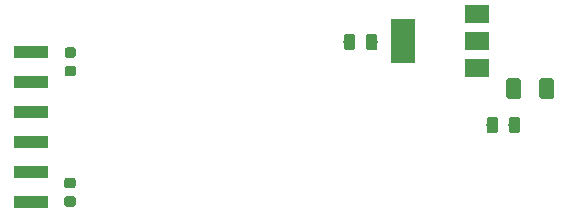
<source format=gbr>
G04 #@! TF.GenerationSoftware,KiCad,Pcbnew,(5.0.0-3-g5ebb6b6)*
G04 #@! TF.CreationDate,2019-02-08T12:04:07-05:00*
G04 #@! TF.ProjectId,ROCKETasp,524F434B45546173702E6B696361645F,2.0*
G04 #@! TF.SameCoordinates,Original*
G04 #@! TF.FileFunction,Paste,Bot*
G04 #@! TF.FilePolarity,Positive*
%FSLAX46Y46*%
G04 Gerber Fmt 4.6, Leading zero omitted, Abs format (unit mm)*
G04 Created by KiCad (PCBNEW (5.0.0-3-g5ebb6b6)) date Friday, February 08, 2019 at 12:04:07 PM*
%MOMM*%
%LPD*%
G01*
G04 APERTURE LIST*
%ADD10C,0.100000*%
%ADD11C,0.875000*%
%ADD12C,0.975000*%
%ADD13C,1.250000*%
%ADD14R,3.000000X1.000000*%
%ADD15R,2.000000X3.800000*%
%ADD16R,2.000000X1.500000*%
G04 APERTURE END LIST*
D10*
G04 #@! TO.C,C3*
G36*
X121321391Y-92578453D02*
X121342626Y-92581603D01*
X121363450Y-92586819D01*
X121383662Y-92594051D01*
X121403068Y-92603230D01*
X121421481Y-92614266D01*
X121438724Y-92627054D01*
X121454630Y-92641470D01*
X121469046Y-92657376D01*
X121481834Y-92674619D01*
X121492870Y-92693032D01*
X121502049Y-92712438D01*
X121509281Y-92732650D01*
X121514497Y-92753474D01*
X121517647Y-92774709D01*
X121518700Y-92796150D01*
X121518700Y-93233650D01*
X121517647Y-93255091D01*
X121514497Y-93276326D01*
X121509281Y-93297150D01*
X121502049Y-93317362D01*
X121492870Y-93336768D01*
X121481834Y-93355181D01*
X121469046Y-93372424D01*
X121454630Y-93388330D01*
X121438724Y-93402746D01*
X121421481Y-93415534D01*
X121403068Y-93426570D01*
X121383662Y-93435749D01*
X121363450Y-93442981D01*
X121342626Y-93448197D01*
X121321391Y-93451347D01*
X121299950Y-93452400D01*
X120787450Y-93452400D01*
X120766009Y-93451347D01*
X120744774Y-93448197D01*
X120723950Y-93442981D01*
X120703738Y-93435749D01*
X120684332Y-93426570D01*
X120665919Y-93415534D01*
X120648676Y-93402746D01*
X120632770Y-93388330D01*
X120618354Y-93372424D01*
X120605566Y-93355181D01*
X120594530Y-93336768D01*
X120585351Y-93317362D01*
X120578119Y-93297150D01*
X120572903Y-93276326D01*
X120569753Y-93255091D01*
X120568700Y-93233650D01*
X120568700Y-92796150D01*
X120569753Y-92774709D01*
X120572903Y-92753474D01*
X120578119Y-92732650D01*
X120585351Y-92712438D01*
X120594530Y-92693032D01*
X120605566Y-92674619D01*
X120618354Y-92657376D01*
X120632770Y-92641470D01*
X120648676Y-92627054D01*
X120665919Y-92614266D01*
X120684332Y-92603230D01*
X120703738Y-92594051D01*
X120723950Y-92586819D01*
X120744774Y-92581603D01*
X120766009Y-92578453D01*
X120787450Y-92577400D01*
X121299950Y-92577400D01*
X121321391Y-92578453D01*
X121321391Y-92578453D01*
G37*
D11*
X121043700Y-93014900D03*
D10*
G36*
X121321391Y-91003453D02*
X121342626Y-91006603D01*
X121363450Y-91011819D01*
X121383662Y-91019051D01*
X121403068Y-91028230D01*
X121421481Y-91039266D01*
X121438724Y-91052054D01*
X121454630Y-91066470D01*
X121469046Y-91082376D01*
X121481834Y-91099619D01*
X121492870Y-91118032D01*
X121502049Y-91137438D01*
X121509281Y-91157650D01*
X121514497Y-91178474D01*
X121517647Y-91199709D01*
X121518700Y-91221150D01*
X121518700Y-91658650D01*
X121517647Y-91680091D01*
X121514497Y-91701326D01*
X121509281Y-91722150D01*
X121502049Y-91742362D01*
X121492870Y-91761768D01*
X121481834Y-91780181D01*
X121469046Y-91797424D01*
X121454630Y-91813330D01*
X121438724Y-91827746D01*
X121421481Y-91840534D01*
X121403068Y-91851570D01*
X121383662Y-91860749D01*
X121363450Y-91867981D01*
X121342626Y-91873197D01*
X121321391Y-91876347D01*
X121299950Y-91877400D01*
X120787450Y-91877400D01*
X120766009Y-91876347D01*
X120744774Y-91873197D01*
X120723950Y-91867981D01*
X120703738Y-91860749D01*
X120684332Y-91851570D01*
X120665919Y-91840534D01*
X120648676Y-91827746D01*
X120632770Y-91813330D01*
X120618354Y-91797424D01*
X120605566Y-91780181D01*
X120594530Y-91761768D01*
X120585351Y-91742362D01*
X120578119Y-91722150D01*
X120572903Y-91701326D01*
X120569753Y-91680091D01*
X120568700Y-91658650D01*
X120568700Y-91221150D01*
X120569753Y-91199709D01*
X120572903Y-91178474D01*
X120578119Y-91157650D01*
X120585351Y-91137438D01*
X120594530Y-91118032D01*
X120605566Y-91099619D01*
X120618354Y-91082376D01*
X120632770Y-91066470D01*
X120648676Y-91052054D01*
X120665919Y-91039266D01*
X120684332Y-91028230D01*
X120703738Y-91019051D01*
X120723950Y-91011819D01*
X120744774Y-91006603D01*
X120766009Y-91003453D01*
X120787450Y-91002400D01*
X121299950Y-91002400D01*
X121321391Y-91003453D01*
X121321391Y-91003453D01*
G37*
D11*
X121043700Y-91439900D03*
G04 #@! TD*
D10*
G04 #@! TO.C,C7*
G36*
X146823342Y-89852174D02*
X146847003Y-89855684D01*
X146870207Y-89861496D01*
X146892729Y-89869554D01*
X146914353Y-89879782D01*
X146934870Y-89892079D01*
X146954083Y-89906329D01*
X146971807Y-89922393D01*
X146987871Y-89940117D01*
X147002121Y-89959330D01*
X147014418Y-89979847D01*
X147024646Y-90001471D01*
X147032704Y-90023993D01*
X147038516Y-90047197D01*
X147042026Y-90070858D01*
X147043200Y-90094750D01*
X147043200Y-91007250D01*
X147042026Y-91031142D01*
X147038516Y-91054803D01*
X147032704Y-91078007D01*
X147024646Y-91100529D01*
X147014418Y-91122153D01*
X147002121Y-91142670D01*
X146987871Y-91161883D01*
X146971807Y-91179607D01*
X146954083Y-91195671D01*
X146934870Y-91209921D01*
X146914353Y-91222218D01*
X146892729Y-91232446D01*
X146870207Y-91240504D01*
X146847003Y-91246316D01*
X146823342Y-91249826D01*
X146799450Y-91251000D01*
X146311950Y-91251000D01*
X146288058Y-91249826D01*
X146264397Y-91246316D01*
X146241193Y-91240504D01*
X146218671Y-91232446D01*
X146197047Y-91222218D01*
X146176530Y-91209921D01*
X146157317Y-91195671D01*
X146139593Y-91179607D01*
X146123529Y-91161883D01*
X146109279Y-91142670D01*
X146096982Y-91122153D01*
X146086754Y-91100529D01*
X146078696Y-91078007D01*
X146072884Y-91054803D01*
X146069374Y-91031142D01*
X146068200Y-91007250D01*
X146068200Y-90094750D01*
X146069374Y-90070858D01*
X146072884Y-90047197D01*
X146078696Y-90023993D01*
X146086754Y-90001471D01*
X146096982Y-89979847D01*
X146109279Y-89959330D01*
X146123529Y-89940117D01*
X146139593Y-89922393D01*
X146157317Y-89906329D01*
X146176530Y-89892079D01*
X146197047Y-89879782D01*
X146218671Y-89869554D01*
X146241193Y-89861496D01*
X146264397Y-89855684D01*
X146288058Y-89852174D01*
X146311950Y-89851000D01*
X146799450Y-89851000D01*
X146823342Y-89852174D01*
X146823342Y-89852174D01*
G37*
D12*
X146555700Y-90551000D03*
D10*
G36*
X144948342Y-89852174D02*
X144972003Y-89855684D01*
X144995207Y-89861496D01*
X145017729Y-89869554D01*
X145039353Y-89879782D01*
X145059870Y-89892079D01*
X145079083Y-89906329D01*
X145096807Y-89922393D01*
X145112871Y-89940117D01*
X145127121Y-89959330D01*
X145139418Y-89979847D01*
X145149646Y-90001471D01*
X145157704Y-90023993D01*
X145163516Y-90047197D01*
X145167026Y-90070858D01*
X145168200Y-90094750D01*
X145168200Y-91007250D01*
X145167026Y-91031142D01*
X145163516Y-91054803D01*
X145157704Y-91078007D01*
X145149646Y-91100529D01*
X145139418Y-91122153D01*
X145127121Y-91142670D01*
X145112871Y-91161883D01*
X145096807Y-91179607D01*
X145079083Y-91195671D01*
X145059870Y-91209921D01*
X145039353Y-91222218D01*
X145017729Y-91232446D01*
X144995207Y-91240504D01*
X144972003Y-91246316D01*
X144948342Y-91249826D01*
X144924450Y-91251000D01*
X144436950Y-91251000D01*
X144413058Y-91249826D01*
X144389397Y-91246316D01*
X144366193Y-91240504D01*
X144343671Y-91232446D01*
X144322047Y-91222218D01*
X144301530Y-91209921D01*
X144282317Y-91195671D01*
X144264593Y-91179607D01*
X144248529Y-91161883D01*
X144234279Y-91142670D01*
X144221982Y-91122153D01*
X144211754Y-91100529D01*
X144203696Y-91078007D01*
X144197884Y-91054803D01*
X144194374Y-91031142D01*
X144193200Y-91007250D01*
X144193200Y-90094750D01*
X144194374Y-90070858D01*
X144197884Y-90047197D01*
X144203696Y-90023993D01*
X144211754Y-90001471D01*
X144221982Y-89979847D01*
X144234279Y-89959330D01*
X144248529Y-89940117D01*
X144264593Y-89922393D01*
X144282317Y-89906329D01*
X144301530Y-89892079D01*
X144322047Y-89879782D01*
X144343671Y-89869554D01*
X144366193Y-89861496D01*
X144389397Y-89855684D01*
X144413058Y-89852174D01*
X144436950Y-89851000D01*
X144924450Y-89851000D01*
X144948342Y-89852174D01*
X144948342Y-89852174D01*
G37*
D12*
X144680700Y-90551000D03*
G04 #@! TD*
D10*
G04 #@! TO.C,C8*
G36*
X157038742Y-96875274D02*
X157062403Y-96878784D01*
X157085607Y-96884596D01*
X157108129Y-96892654D01*
X157129753Y-96902882D01*
X157150270Y-96915179D01*
X157169483Y-96929429D01*
X157187207Y-96945493D01*
X157203271Y-96963217D01*
X157217521Y-96982430D01*
X157229818Y-97002947D01*
X157240046Y-97024571D01*
X157248104Y-97047093D01*
X157253916Y-97070297D01*
X157257426Y-97093958D01*
X157258600Y-97117850D01*
X157258600Y-98030350D01*
X157257426Y-98054242D01*
X157253916Y-98077903D01*
X157248104Y-98101107D01*
X157240046Y-98123629D01*
X157229818Y-98145253D01*
X157217521Y-98165770D01*
X157203271Y-98184983D01*
X157187207Y-98202707D01*
X157169483Y-98218771D01*
X157150270Y-98233021D01*
X157129753Y-98245318D01*
X157108129Y-98255546D01*
X157085607Y-98263604D01*
X157062403Y-98269416D01*
X157038742Y-98272926D01*
X157014850Y-98274100D01*
X156527350Y-98274100D01*
X156503458Y-98272926D01*
X156479797Y-98269416D01*
X156456593Y-98263604D01*
X156434071Y-98255546D01*
X156412447Y-98245318D01*
X156391930Y-98233021D01*
X156372717Y-98218771D01*
X156354993Y-98202707D01*
X156338929Y-98184983D01*
X156324679Y-98165770D01*
X156312382Y-98145253D01*
X156302154Y-98123629D01*
X156294096Y-98101107D01*
X156288284Y-98077903D01*
X156284774Y-98054242D01*
X156283600Y-98030350D01*
X156283600Y-97117850D01*
X156284774Y-97093958D01*
X156288284Y-97070297D01*
X156294096Y-97047093D01*
X156302154Y-97024571D01*
X156312382Y-97002947D01*
X156324679Y-96982430D01*
X156338929Y-96963217D01*
X156354993Y-96945493D01*
X156372717Y-96929429D01*
X156391930Y-96915179D01*
X156412447Y-96902882D01*
X156434071Y-96892654D01*
X156456593Y-96884596D01*
X156479797Y-96878784D01*
X156503458Y-96875274D01*
X156527350Y-96874100D01*
X157014850Y-96874100D01*
X157038742Y-96875274D01*
X157038742Y-96875274D01*
G37*
D12*
X156771100Y-97574100D03*
D10*
G36*
X158913742Y-96875274D02*
X158937403Y-96878784D01*
X158960607Y-96884596D01*
X158983129Y-96892654D01*
X159004753Y-96902882D01*
X159025270Y-96915179D01*
X159044483Y-96929429D01*
X159062207Y-96945493D01*
X159078271Y-96963217D01*
X159092521Y-96982430D01*
X159104818Y-97002947D01*
X159115046Y-97024571D01*
X159123104Y-97047093D01*
X159128916Y-97070297D01*
X159132426Y-97093958D01*
X159133600Y-97117850D01*
X159133600Y-98030350D01*
X159132426Y-98054242D01*
X159128916Y-98077903D01*
X159123104Y-98101107D01*
X159115046Y-98123629D01*
X159104818Y-98145253D01*
X159092521Y-98165770D01*
X159078271Y-98184983D01*
X159062207Y-98202707D01*
X159044483Y-98218771D01*
X159025270Y-98233021D01*
X159004753Y-98245318D01*
X158983129Y-98255546D01*
X158960607Y-98263604D01*
X158937403Y-98269416D01*
X158913742Y-98272926D01*
X158889850Y-98274100D01*
X158402350Y-98274100D01*
X158378458Y-98272926D01*
X158354797Y-98269416D01*
X158331593Y-98263604D01*
X158309071Y-98255546D01*
X158287447Y-98245318D01*
X158266930Y-98233021D01*
X158247717Y-98218771D01*
X158229993Y-98202707D01*
X158213929Y-98184983D01*
X158199679Y-98165770D01*
X158187382Y-98145253D01*
X158177154Y-98123629D01*
X158169096Y-98101107D01*
X158163284Y-98077903D01*
X158159774Y-98054242D01*
X158158600Y-98030350D01*
X158158600Y-97117850D01*
X158159774Y-97093958D01*
X158163284Y-97070297D01*
X158169096Y-97047093D01*
X158177154Y-97024571D01*
X158187382Y-97002947D01*
X158199679Y-96982430D01*
X158213929Y-96963217D01*
X158229993Y-96945493D01*
X158247717Y-96929429D01*
X158266930Y-96915179D01*
X158287447Y-96902882D01*
X158309071Y-96892654D01*
X158331593Y-96884596D01*
X158354797Y-96878784D01*
X158378458Y-96875274D01*
X158402350Y-96874100D01*
X158889850Y-96874100D01*
X158913742Y-96875274D01*
X158913742Y-96875274D01*
G37*
D12*
X158646100Y-97574100D03*
G04 #@! TD*
D10*
G04 #@! TO.C,C9*
G36*
X121295991Y-103627453D02*
X121317226Y-103630603D01*
X121338050Y-103635819D01*
X121358262Y-103643051D01*
X121377668Y-103652230D01*
X121396081Y-103663266D01*
X121413324Y-103676054D01*
X121429230Y-103690470D01*
X121443646Y-103706376D01*
X121456434Y-103723619D01*
X121467470Y-103742032D01*
X121476649Y-103761438D01*
X121483881Y-103781650D01*
X121489097Y-103802474D01*
X121492247Y-103823709D01*
X121493300Y-103845150D01*
X121493300Y-104282650D01*
X121492247Y-104304091D01*
X121489097Y-104325326D01*
X121483881Y-104346150D01*
X121476649Y-104366362D01*
X121467470Y-104385768D01*
X121456434Y-104404181D01*
X121443646Y-104421424D01*
X121429230Y-104437330D01*
X121413324Y-104451746D01*
X121396081Y-104464534D01*
X121377668Y-104475570D01*
X121358262Y-104484749D01*
X121338050Y-104491981D01*
X121317226Y-104497197D01*
X121295991Y-104500347D01*
X121274550Y-104501400D01*
X120762050Y-104501400D01*
X120740609Y-104500347D01*
X120719374Y-104497197D01*
X120698550Y-104491981D01*
X120678338Y-104484749D01*
X120658932Y-104475570D01*
X120640519Y-104464534D01*
X120623276Y-104451746D01*
X120607370Y-104437330D01*
X120592954Y-104421424D01*
X120580166Y-104404181D01*
X120569130Y-104385768D01*
X120559951Y-104366362D01*
X120552719Y-104346150D01*
X120547503Y-104325326D01*
X120544353Y-104304091D01*
X120543300Y-104282650D01*
X120543300Y-103845150D01*
X120544353Y-103823709D01*
X120547503Y-103802474D01*
X120552719Y-103781650D01*
X120559951Y-103761438D01*
X120569130Y-103742032D01*
X120580166Y-103723619D01*
X120592954Y-103706376D01*
X120607370Y-103690470D01*
X120623276Y-103676054D01*
X120640519Y-103663266D01*
X120658932Y-103652230D01*
X120678338Y-103643051D01*
X120698550Y-103635819D01*
X120719374Y-103630603D01*
X120740609Y-103627453D01*
X120762050Y-103626400D01*
X121274550Y-103626400D01*
X121295991Y-103627453D01*
X121295991Y-103627453D01*
G37*
D11*
X121018300Y-104063900D03*
D10*
G36*
X121295991Y-102052453D02*
X121317226Y-102055603D01*
X121338050Y-102060819D01*
X121358262Y-102068051D01*
X121377668Y-102077230D01*
X121396081Y-102088266D01*
X121413324Y-102101054D01*
X121429230Y-102115470D01*
X121443646Y-102131376D01*
X121456434Y-102148619D01*
X121467470Y-102167032D01*
X121476649Y-102186438D01*
X121483881Y-102206650D01*
X121489097Y-102227474D01*
X121492247Y-102248709D01*
X121493300Y-102270150D01*
X121493300Y-102707650D01*
X121492247Y-102729091D01*
X121489097Y-102750326D01*
X121483881Y-102771150D01*
X121476649Y-102791362D01*
X121467470Y-102810768D01*
X121456434Y-102829181D01*
X121443646Y-102846424D01*
X121429230Y-102862330D01*
X121413324Y-102876746D01*
X121396081Y-102889534D01*
X121377668Y-102900570D01*
X121358262Y-102909749D01*
X121338050Y-102916981D01*
X121317226Y-102922197D01*
X121295991Y-102925347D01*
X121274550Y-102926400D01*
X120762050Y-102926400D01*
X120740609Y-102925347D01*
X120719374Y-102922197D01*
X120698550Y-102916981D01*
X120678338Y-102909749D01*
X120658932Y-102900570D01*
X120640519Y-102889534D01*
X120623276Y-102876746D01*
X120607370Y-102862330D01*
X120592954Y-102846424D01*
X120580166Y-102829181D01*
X120569130Y-102810768D01*
X120559951Y-102791362D01*
X120552719Y-102771150D01*
X120547503Y-102750326D01*
X120544353Y-102729091D01*
X120543300Y-102707650D01*
X120543300Y-102270150D01*
X120544353Y-102248709D01*
X120547503Y-102227474D01*
X120552719Y-102206650D01*
X120559951Y-102186438D01*
X120569130Y-102167032D01*
X120580166Y-102148619D01*
X120592954Y-102131376D01*
X120607370Y-102115470D01*
X120623276Y-102101054D01*
X120640519Y-102088266D01*
X120658932Y-102077230D01*
X120678338Y-102068051D01*
X120698550Y-102060819D01*
X120719374Y-102055603D01*
X120740609Y-102052453D01*
X120762050Y-102051400D01*
X121274550Y-102051400D01*
X121295991Y-102052453D01*
X121295991Y-102052453D01*
G37*
D11*
X121018300Y-102488900D03*
G04 #@! TD*
D10*
G04 #@! TO.C,F1*
G36*
X158981404Y-93626904D02*
X159005673Y-93630504D01*
X159029471Y-93636465D01*
X159052571Y-93644730D01*
X159074749Y-93655220D01*
X159095793Y-93667833D01*
X159115498Y-93682447D01*
X159133677Y-93698923D01*
X159150153Y-93717102D01*
X159164767Y-93736807D01*
X159177380Y-93757851D01*
X159187870Y-93780029D01*
X159196135Y-93803129D01*
X159202096Y-93826927D01*
X159205696Y-93851196D01*
X159206900Y-93875700D01*
X159206900Y-95125700D01*
X159205696Y-95150204D01*
X159202096Y-95174473D01*
X159196135Y-95198271D01*
X159187870Y-95221371D01*
X159177380Y-95243549D01*
X159164767Y-95264593D01*
X159150153Y-95284298D01*
X159133677Y-95302477D01*
X159115498Y-95318953D01*
X159095793Y-95333567D01*
X159074749Y-95346180D01*
X159052571Y-95356670D01*
X159029471Y-95364935D01*
X159005673Y-95370896D01*
X158981404Y-95374496D01*
X158956900Y-95375700D01*
X158206900Y-95375700D01*
X158182396Y-95374496D01*
X158158127Y-95370896D01*
X158134329Y-95364935D01*
X158111229Y-95356670D01*
X158089051Y-95346180D01*
X158068007Y-95333567D01*
X158048302Y-95318953D01*
X158030123Y-95302477D01*
X158013647Y-95284298D01*
X157999033Y-95264593D01*
X157986420Y-95243549D01*
X157975930Y-95221371D01*
X157967665Y-95198271D01*
X157961704Y-95174473D01*
X157958104Y-95150204D01*
X157956900Y-95125700D01*
X157956900Y-93875700D01*
X157958104Y-93851196D01*
X157961704Y-93826927D01*
X157967665Y-93803129D01*
X157975930Y-93780029D01*
X157986420Y-93757851D01*
X157999033Y-93736807D01*
X158013647Y-93717102D01*
X158030123Y-93698923D01*
X158048302Y-93682447D01*
X158068007Y-93667833D01*
X158089051Y-93655220D01*
X158111229Y-93644730D01*
X158134329Y-93636465D01*
X158158127Y-93630504D01*
X158182396Y-93626904D01*
X158206900Y-93625700D01*
X158956900Y-93625700D01*
X158981404Y-93626904D01*
X158981404Y-93626904D01*
G37*
D13*
X158581900Y-94500700D03*
D10*
G36*
X161781404Y-93626904D02*
X161805673Y-93630504D01*
X161829471Y-93636465D01*
X161852571Y-93644730D01*
X161874749Y-93655220D01*
X161895793Y-93667833D01*
X161915498Y-93682447D01*
X161933677Y-93698923D01*
X161950153Y-93717102D01*
X161964767Y-93736807D01*
X161977380Y-93757851D01*
X161987870Y-93780029D01*
X161996135Y-93803129D01*
X162002096Y-93826927D01*
X162005696Y-93851196D01*
X162006900Y-93875700D01*
X162006900Y-95125700D01*
X162005696Y-95150204D01*
X162002096Y-95174473D01*
X161996135Y-95198271D01*
X161987870Y-95221371D01*
X161977380Y-95243549D01*
X161964767Y-95264593D01*
X161950153Y-95284298D01*
X161933677Y-95302477D01*
X161915498Y-95318953D01*
X161895793Y-95333567D01*
X161874749Y-95346180D01*
X161852571Y-95356670D01*
X161829471Y-95364935D01*
X161805673Y-95370896D01*
X161781404Y-95374496D01*
X161756900Y-95375700D01*
X161006900Y-95375700D01*
X160982396Y-95374496D01*
X160958127Y-95370896D01*
X160934329Y-95364935D01*
X160911229Y-95356670D01*
X160889051Y-95346180D01*
X160868007Y-95333567D01*
X160848302Y-95318953D01*
X160830123Y-95302477D01*
X160813647Y-95284298D01*
X160799033Y-95264593D01*
X160786420Y-95243549D01*
X160775930Y-95221371D01*
X160767665Y-95198271D01*
X160761704Y-95174473D01*
X160758104Y-95150204D01*
X160756900Y-95125700D01*
X160756900Y-93875700D01*
X160758104Y-93851196D01*
X160761704Y-93826927D01*
X160767665Y-93803129D01*
X160775930Y-93780029D01*
X160786420Y-93757851D01*
X160799033Y-93736807D01*
X160813647Y-93717102D01*
X160830123Y-93698923D01*
X160848302Y-93682447D01*
X160868007Y-93667833D01*
X160889051Y-93655220D01*
X160911229Y-93644730D01*
X160934329Y-93636465D01*
X160958127Y-93630504D01*
X160982396Y-93626904D01*
X161006900Y-93625700D01*
X161756900Y-93625700D01*
X161781404Y-93626904D01*
X161781404Y-93626904D01*
G37*
D13*
X161381900Y-94500700D03*
G04 #@! TD*
D14*
G04 #@! TO.C,J3*
X117738400Y-91400000D03*
X117738400Y-93940000D03*
X117738400Y-96480000D03*
X117738400Y-99020000D03*
X117738400Y-101560000D03*
X117738400Y-104100000D03*
G04 #@! TD*
D15*
G04 #@! TO.C,U2*
X149199200Y-90449400D03*
D16*
X155499200Y-90449400D03*
X155499200Y-92749400D03*
X155499200Y-88149400D03*
G04 #@! TD*
M02*

</source>
